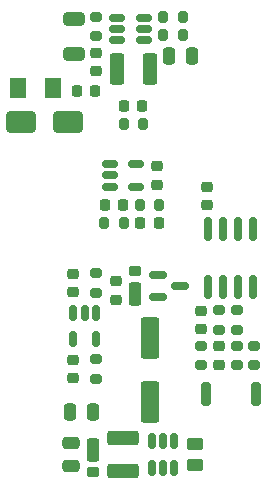
<source format=gbr>
%TF.GenerationSoftware,KiCad,Pcbnew,7.0.8*%
%TF.CreationDate,2023-12-17T14:45:35+01:00*%
%TF.ProjectId,night_light,6e696768-745f-46c6-9967-68742e6b6963,rev?*%
%TF.SameCoordinates,Original*%
%TF.FileFunction,Paste,Top*%
%TF.FilePolarity,Positive*%
%FSLAX46Y46*%
G04 Gerber Fmt 4.6, Leading zero omitted, Abs format (unit mm)*
G04 Created by KiCad (PCBNEW 7.0.8) date 2023-12-17 14:45:35*
%MOMM*%
%LPD*%
G01*
G04 APERTURE LIST*
G04 Aperture macros list*
%AMRoundRect*
0 Rectangle with rounded corners*
0 $1 Rounding radius*
0 $2 $3 $4 $5 $6 $7 $8 $9 X,Y pos of 4 corners*
0 Add a 4 corners polygon primitive as box body*
4,1,4,$2,$3,$4,$5,$6,$7,$8,$9,$2,$3,0*
0 Add four circle primitives for the rounded corners*
1,1,$1+$1,$2,$3*
1,1,$1+$1,$4,$5*
1,1,$1+$1,$6,$7*
1,1,$1+$1,$8,$9*
0 Add four rect primitives between the rounded corners*
20,1,$1+$1,$2,$3,$4,$5,0*
20,1,$1+$1,$4,$5,$6,$7,0*
20,1,$1+$1,$6,$7,$8,$9,0*
20,1,$1+$1,$8,$9,$2,$3,0*%
G04 Aperture macros list end*
%ADD10RoundRect,0.225000X-0.225000X-0.250000X0.225000X-0.250000X0.225000X0.250000X-0.225000X0.250000X0*%
%ADD11RoundRect,0.250000X0.250000X0.475000X-0.250000X0.475000X-0.250000X-0.475000X0.250000X-0.475000X0*%
%ADD12RoundRect,0.200000X-0.275000X0.200000X-0.275000X-0.200000X0.275000X-0.200000X0.275000X0.200000X0*%
%ADD13RoundRect,0.250000X-1.075000X0.375000X-1.075000X-0.375000X1.075000X-0.375000X1.075000X0.375000X0*%
%ADD14RoundRect,0.150000X-0.512500X-0.150000X0.512500X-0.150000X0.512500X0.150000X-0.512500X0.150000X0*%
%ADD15RoundRect,0.225000X-0.250000X0.225000X-0.250000X-0.225000X0.250000X-0.225000X0.250000X0.225000X0*%
%ADD16RoundRect,0.200000X-0.200000X-0.275000X0.200000X-0.275000X0.200000X0.275000X-0.200000X0.275000X0*%
%ADD17RoundRect,0.250000X0.300000X-0.750000X0.300000X0.750000X-0.300000X0.750000X-0.300000X-0.750000X0*%
%ADD18RoundRect,0.200000X0.350000X-0.200000X0.350000X0.200000X-0.350000X0.200000X-0.350000X-0.200000X0*%
%ADD19RoundRect,0.250000X-0.300000X0.750000X-0.300000X-0.750000X0.300000X-0.750000X0.300000X0.750000X0*%
%ADD20RoundRect,0.200000X-0.350000X0.200000X-0.350000X-0.200000X0.350000X-0.200000X0.350000X0.200000X0*%
%ADD21RoundRect,0.250000X-0.450000X0.262500X-0.450000X-0.262500X0.450000X-0.262500X0.450000X0.262500X0*%
%ADD22RoundRect,0.200000X0.275000X-0.200000X0.275000X0.200000X-0.275000X0.200000X-0.275000X-0.200000X0*%
%ADD23RoundRect,0.250000X1.000000X0.650000X-1.000000X0.650000X-1.000000X-0.650000X1.000000X-0.650000X0*%
%ADD24RoundRect,0.225000X0.250000X-0.225000X0.250000X0.225000X-0.250000X0.225000X-0.250000X-0.225000X0*%
%ADD25RoundRect,0.200000X0.200000X0.275000X-0.200000X0.275000X-0.200000X-0.275000X0.200000X-0.275000X0*%
%ADD26RoundRect,0.150000X-0.587500X-0.150000X0.587500X-0.150000X0.587500X0.150000X-0.587500X0.150000X0*%
%ADD27RoundRect,0.225000X0.225000X0.250000X-0.225000X0.250000X-0.225000X-0.250000X0.225000X-0.250000X0*%
%ADD28RoundRect,0.250000X-0.375000X-1.075000X0.375000X-1.075000X0.375000X1.075000X-0.375000X1.075000X0*%
%ADD29RoundRect,0.250000X-0.650000X0.325000X-0.650000X-0.325000X0.650000X-0.325000X0.650000X0.325000X0*%
%ADD30RoundRect,0.250000X-0.475000X0.250000X-0.475000X-0.250000X0.475000X-0.250000X0.475000X0.250000X0*%
%ADD31RoundRect,0.150000X0.150000X-0.825000X0.150000X0.825000X-0.150000X0.825000X-0.150000X-0.825000X0*%
%ADD32RoundRect,0.150000X-0.150000X0.512500X-0.150000X-0.512500X0.150000X-0.512500X0.150000X0.512500X0*%
%ADD33RoundRect,0.150000X0.150000X-0.512500X0.150000X0.512500X-0.150000X0.512500X-0.150000X-0.512500X0*%
%ADD34RoundRect,0.200000X-0.200000X-0.800000X0.200000X-0.800000X0.200000X0.800000X-0.200000X0.800000X0*%
%ADD35RoundRect,0.250000X-0.550000X1.500000X-0.550000X-1.500000X0.550000X-1.500000X0.550000X1.500000X0*%
%ADD36RoundRect,0.250001X-0.462499X-0.624999X0.462499X-0.624999X0.462499X0.624999X-0.462499X0.624999X0*%
%ADD37RoundRect,0.150000X0.512500X0.150000X-0.512500X0.150000X-0.512500X-0.150000X0.512500X-0.150000X0*%
G04 APERTURE END LIST*
D10*
%TO.C,C4*%
X116225000Y-107000000D03*
X117775000Y-107000000D03*
%TD*%
D11*
%TO.C,C3*%
X125950000Y-104000000D03*
X124050000Y-104000000D03*
%TD*%
D12*
%TO.C,R1*%
X117875000Y-100675000D03*
X117875000Y-102325000D03*
%TD*%
D13*
%TO.C,L2*%
X120125000Y-136350000D03*
X120125000Y-139150000D03*
%TD*%
D10*
%TO.C,C13*%
X121600000Y-118125000D03*
X123150000Y-118125000D03*
%TD*%
D11*
%TO.C,C5*%
X117575000Y-134125000D03*
X115675000Y-134125000D03*
%TD*%
D14*
%TO.C,U4*%
X118987500Y-113175000D03*
X118987500Y-114125000D03*
X118987500Y-115075000D03*
X121262500Y-115075000D03*
X121262500Y-113175000D03*
%TD*%
D15*
%TO.C,C7*%
X115925000Y-129725000D03*
X115925000Y-131275000D03*
%TD*%
D12*
%TO.C,R10*%
X131250000Y-128550000D03*
X131250000Y-130200000D03*
%TD*%
D16*
%TO.C,R3*%
X123550000Y-100750000D03*
X125200000Y-100750000D03*
%TD*%
D17*
%TO.C,D3*%
X117625000Y-137350000D03*
D18*
X117625000Y-139250000D03*
%TD*%
D19*
%TO.C,D5*%
X121125000Y-124150000D03*
D20*
X121125000Y-122250000D03*
%TD*%
D21*
%TO.C,R4*%
X126250000Y-136837500D03*
X126250000Y-138662500D03*
%TD*%
D22*
%TO.C,R9*%
X129750000Y-130200000D03*
X129750000Y-128550000D03*
%TD*%
D23*
%TO.C,D1*%
X115500000Y-109625000D03*
X111500000Y-109625000D03*
%TD*%
D24*
%TO.C,C15*%
X127250000Y-116650000D03*
X127250000Y-115100000D03*
%TD*%
D25*
%TO.C,R14*%
X121825000Y-109750000D03*
X120175000Y-109750000D03*
%TD*%
D15*
%TO.C,C17*%
X128250000Y-128600000D03*
X128250000Y-130150000D03*
%TD*%
D26*
%TO.C,Q1*%
X123062500Y-122550000D03*
X123062500Y-124450000D03*
X124937500Y-123500000D03*
%TD*%
D16*
%TO.C,R11*%
X118550000Y-118125000D03*
X120200000Y-118125000D03*
%TD*%
D27*
%TO.C,C10*%
X121775000Y-108250000D03*
X120225000Y-108250000D03*
%TD*%
D28*
%TO.C,L1*%
X119600000Y-105125000D03*
X122400000Y-105125000D03*
%TD*%
D12*
%TO.C,R5*%
X117825000Y-129675000D03*
X117825000Y-131325000D03*
%TD*%
D29*
%TO.C,C1*%
X116000000Y-100900000D03*
X116000000Y-103850000D03*
%TD*%
D16*
%TO.C,R12*%
X121550000Y-116625000D03*
X123200000Y-116625000D03*
%TD*%
D12*
%TO.C,R13*%
X129750000Y-125550000D03*
X129750000Y-127200000D03*
%TD*%
D22*
%TO.C,R6*%
X117825000Y-124075000D03*
X117825000Y-122425000D03*
%TD*%
%TO.C,R8*%
X128250000Y-127200000D03*
X128250000Y-125550000D03*
%TD*%
D30*
%TO.C,C6*%
X115750000Y-136800000D03*
X115750000Y-138700000D03*
%TD*%
D10*
%TO.C,C12*%
X118600000Y-116625000D03*
X120150000Y-116625000D03*
%TD*%
D31*
%TO.C,U5*%
X127345000Y-123600000D03*
X128615000Y-123600000D03*
X129885000Y-123600000D03*
X131155000Y-123600000D03*
X131155000Y-118650000D03*
X129885000Y-118650000D03*
X128615000Y-118650000D03*
X127345000Y-118650000D03*
%TD*%
D24*
%TO.C,C9*%
X119500000Y-124650000D03*
X119500000Y-123100000D03*
%TD*%
%TO.C,C8*%
X115925000Y-124000000D03*
X115925000Y-122450000D03*
%TD*%
D15*
%TO.C,C14*%
X123000000Y-113350000D03*
X123000000Y-114900000D03*
%TD*%
D32*
%TO.C,U3*%
X117825000Y-125737500D03*
X116875000Y-125737500D03*
X115925000Y-125737500D03*
X115925000Y-128012500D03*
X117825000Y-128012500D03*
%TD*%
D33*
%TO.C,U2*%
X122550000Y-138887500D03*
X123500000Y-138887500D03*
X124450000Y-138887500D03*
X124450000Y-136612500D03*
X123500000Y-136612500D03*
X122550000Y-136612500D03*
%TD*%
D25*
%TO.C,R2*%
X125200000Y-102250000D03*
X123550000Y-102250000D03*
%TD*%
D24*
%TO.C,C16*%
X126750000Y-127150000D03*
X126750000Y-125600000D03*
%TD*%
D34*
%TO.C,SW1*%
X127150000Y-132625000D03*
X131350000Y-132625000D03*
%TD*%
D35*
%TO.C,C11*%
X122375000Y-127925000D03*
X122375000Y-133325000D03*
%TD*%
D36*
%TO.C,F1*%
X111262500Y-106750000D03*
X114237500Y-106750000D03*
%TD*%
D22*
%TO.C,R7*%
X126750000Y-130200000D03*
X126750000Y-128550000D03*
%TD*%
D24*
%TO.C,C2*%
X117875000Y-105275000D03*
X117875000Y-103725000D03*
%TD*%
D37*
%TO.C,U1*%
X121887500Y-102700000D03*
X121887500Y-101750000D03*
X121887500Y-100800000D03*
X119612500Y-100800000D03*
X119612500Y-101750000D03*
X119612500Y-102700000D03*
%TD*%
M02*

</source>
